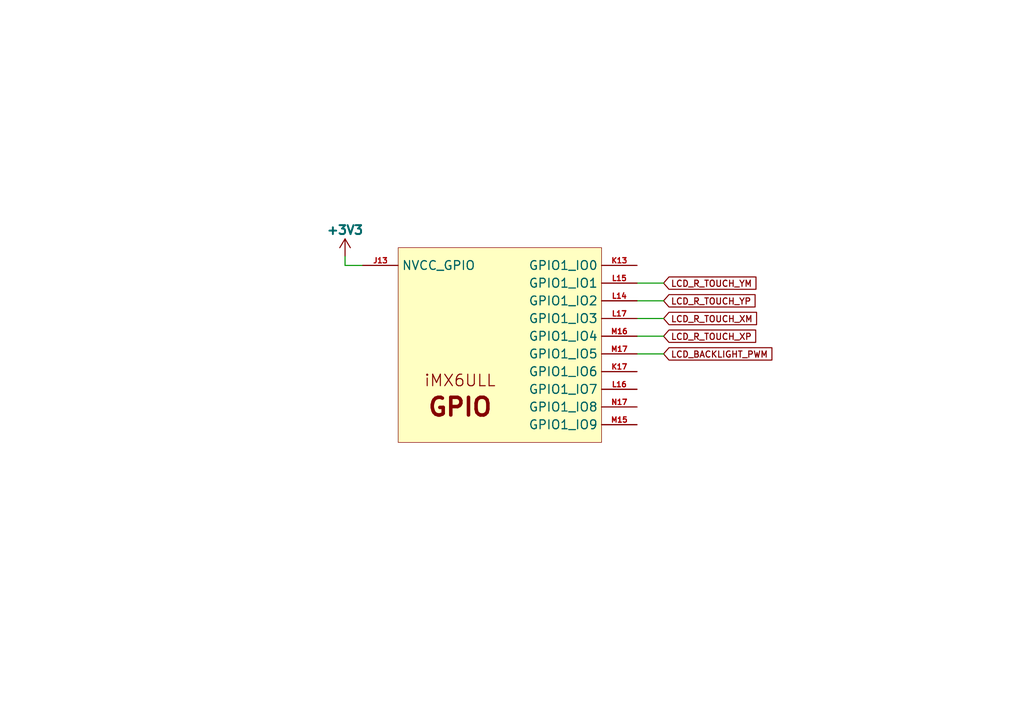
<source format=kicad_sch>
(kicad_sch (version 20210621) (generator eeschema)
  (paper "User" 147.015 103.607)
  (title_block (title "iMX6ULL Compute Module & Base Board") (date "2021-03-23") (rev "1.0") (company "AHSA Elektronik"))
  (lib_symbols
    (symbol "abdullah:+3.3V" (power) (pin_names (offset 0))
      (property "Value" "+3.3V" (at 0 3.81 0))
      (symbol "+3.3V_0_1"
        (polyline (pts (xy -0.762 1.27) (xy 0 2.54)))
        (polyline (pts (xy 0 0) (xy 0 2.54)))
        (polyline (pts (xy 0 2.54) (xy 0.762 1.27)))
      )
      (symbol "+3.3V_1_1"
        (pin power_in line (at 0 0 90) (length 0) hide (name "+3V3") (number "1"))
      )
    )
    (symbol "abdullah:iMX6ULL_5"
      (symbol "iMX6ULL_5_1_1"
        (text "iMX6ULL" (at 0 -52.07 0) (effects (font (size 3.81 3.81))))
        (text "POWER" (at 0 -60.96 0) (effects (font (size 5.08 5.08) bold)))
        (rectangle (start -25.4 58.42) (end 26.67 -71.12) (stroke (width 0.0006)) (fill (type background)))
        (pin unspecified line (at -30.48 -12.7 0) (length 5.08) (name "VSS1") (number "A1"))
        (pin unspecified line (at -30.48 -15.24 0) (length 5.08) (name "VSS2") (number "A17"))
        (pin unspecified line (at -30.48 -22.86 0) (length 5.08) (name "VSS5") (number "C11"))
        (pin unspecified line (at -30.48 -25.4 0) (length 5.08) (name "VSS6") (number "C15"))
        (pin unspecified line (at -30.48 -17.78 0) (length 5.08) (name "VSS3") (number "C3"))
        (pin unspecified line (at -30.48 -20.32 0) (length 5.08) (name "VSS4") (number "C7"))
        (pin unspecified line (at -30.48 -30.48 0) (length 5.08) (name "VSS8") (number "E11"))
        (pin unspecified line (at -30.48 -27.94 0) (length 5.08) (name "VSS7") (number "E8"))
        (pin unspecified line (at -30.48 -43.18 0) (length 5.08) (name "VSS13") (number "F10"))
        (pin unspecified line (at -30.48 -45.72 0) (length 5.08) (name "VSS14") (number "F11"))
        (pin unspecified line (at -30.48 -48.26 0) (length 5.08) (name "VSS15") (number "F12"))
        (pin unspecified line (at -30.48 -33.02 0) (length 5.08) (name "VSS9") (number "F6"))
        (pin unspecified line (at -30.48 -35.56 0) (length 5.08) (name "VSS10") (number "F7"))
        (pin unspecified line (at -30.48 -38.1 0) (length 5.08) (name "VSS11") (number "F8"))
        (pin unspecified line (at -30.48 -40.64 0) (length 5.08) (name "VSS12") (number "F9"))
        (pin unspecified line (at 31.75 53.34 180) (length 5.08) (name "VDD_ARM_CAP_2") (number "G10"))
        (pin unspecified line (at 31.75 50.8 180) (length 5.08) (name "VDD_ARM_CAP_3") (number "G11"))
        (pin unspecified line (at -30.48 -58.42 0) (length 5.08) (name "VSS19") (number "G12"))
        (pin unspecified line (at -30.48 -60.96 0) (length 5.08) (name "VSS20") (number "G15"))
        (pin unspecified line (at -30.48 -50.8 0) (length 5.08) (name "VSS16") (number "G3"))
        (pin unspecified line (at -30.48 -53.34 0) (length 5.08) (name "VSS17") (number "G5"))
        (pin unspecified line (at -30.48 -55.88 0) (length 5.08) (name "VSS18") (number "G7"))
        (pin unspecified line (at 31.75 43.18 180) (length 5.08) (name "VDD_SOC_CAP1") (number "G8"))
        (pin unspecified line (at 31.75 55.88 180) (length 5.08) (name "VDD_ARM_CAP_1") (number "G9"))
        (pin unspecified line (at -30.48 40.64 0) (length 5.08) (name "VDD_SOC_IN2") (number "H10"))
        (pin unspecified line (at 31.75 48.26 180) (length 5.08) (name "VDD_ARM_CAP_4") (number "H11"))
        (pin unspecified line (at -30.48 -66.04 0) (length 5.08) (name "VSS22") (number "H12"))
        (pin unspecified line (at -30.48 -63.5 0) (length 5.08) (name "VSS21") (number "H7"))
        (pin unspecified line (at 31.75 40.64 180) (length 5.08) (name "VDD_SOC_CAP2") (number "H8"))
        (pin unspecified line (at -30.48 43.18 0) (length 5.08) (name "VDD_SOC_IN1") (number "H9"))
        (pin unspecified line (at -30.48 35.56 0) (length 5.08) (name "VDD_SOC_IN4") (number "J10"))
        (pin unspecified line (at 31.75 35.56 180) (length 5.08) (name "VDD_SOC_CAP4") (number "J11"))
        (pin unspecified line (at 31.75 -66.04 180) (length 5.08) (name "VSS25") (number "J12"))
        (pin unspecified line (at -30.48 -68.58 0) (length 5.08) (name "VSS23") (number "J5"))
        (pin unspecified line (at 31.75 -68.58 180) (length 5.08) (name "VSS24") (number "J7"))
        (pin unspecified line (at 31.75 38.1 180) (length 5.08) (name "VDD_SOC_CAP3") (number "J8"))
        (pin unspecified line (at -30.48 38.1 0) (length 5.08) (name "VDD_SOC_IN3") (number "J9"))
        (pin unspecified line (at -30.48 30.48 0) (length 5.08) (name "VDD_SOC_IN6") (number "K10"))
        (pin unspecified line (at 31.75 30.48 180) (length 5.08) (name "VDD_SOC_CAP6") (number "K11"))
        (pin unspecified line (at 31.75 -60.96 180) (length 5.08) (name "VSS27") (number "K12"))
        (pin unspecified line (at 31.75 -63.5 180) (length 5.08) (name "VSS26") (number "K7"))
        (pin unspecified line (at 31.75 33.02 180) (length 5.08) (name "VDD_SOC_CAP5") (number "K8"))
        (pin unspecified line (at -30.48 33.02 0) (length 5.08) (name "VDD_SOC_IN5") (number "K9"))
        (pin unspecified line (at 31.75 22.86 180) (length 5.08) (name "VDD_SOC_CAP9") (number "L10"))
        (pin unspecified line (at 31.75 20.32 180) (length 5.08) (name "VDD_SOC_CAP10") (number "L11"))
        (pin unspecified line (at 31.75 -53.34 180) (length 5.08) (name "VSS30") (number "L12"))
        (pin unspecified line (at 31.75 -58.42 180) (length 5.08) (name "VSS28") (number "L3"))
        (pin unspecified line (at 31.75 -55.88 180) (length 5.08) (name "VSS29") (number "L7"))
        (pin unspecified line (at 31.75 27.94 180) (length 5.08) (name "VDD_SOC_CAP7") (number "L8"))
        (pin unspecified line (at 31.75 25.4 180) (length 5.08) (name "VDD_SOC_CAP8") (number "L9"))
        (pin unspecified line (at 31.75 -43.18 180) (length 5.08) (name "VSS34") (number "M10"))
        (pin unspecified line (at 31.75 -40.64 180) (length 5.08) (name "VSS35") (number "M11"))
        (pin unspecified line (at -30.48 -10.16 0) (length 5.08) (name "NGND_KEL0") (number "M12"))
        (pin unspecified line (at 31.75 -50.8 180) (length 5.08) (name "VSS31") (number "M7"))
        (pin unspecified line (at 31.75 -48.26 180) (length 5.08) (name "VSS32") (number "M8"))
        (pin unspecified line (at 31.75 -45.72 180) (length 5.08) (name "VSS33") (number "M9"))
        (pin unspecified line (at 31.75 -1.27 180) (length 5.08) (name "VDD_SNVS_CAP") (number "N12"))
        (pin unspecified line (at -30.48 13.97 0) (length 5.08) (name "VDD_HIGH_IN") (number "N13"))
        (pin unspecified line (at 31.75 -38.1 180) (length 5.08) (name "VSS36") (number "N3"))
        (pin unspecified line (at 31.75 -35.56 180) (length 5.08) (name "VSS37") (number "N5"))
        (pin unspecified line (at -30.48 3.81 0) (length 5.08) (name "VDD_SNVS_IN") (number "P12"))
        (pin unspecified line (at 31.75 3.81 180) (length 5.08) (name "NVCC_PLL") (number "P13"))
        (pin unspecified line (at 31.75 -25.4 180) (length 5.08) (name "VSS41") (number "R11"))
        (pin unspecified line (at 31.75 13.97 180) (length 5.08) (name "VDD_HIGH_CAP1") (number "R14"))
        (pin unspecified line (at 31.75 11.43 180) (length 5.08) (name "VDD_HIGH_CAP2") (number "R15"))
        (pin unspecified line (at 31.75 -22.86 180) (length 5.08) (name "VSS42") (number "R16"))
        (pin unspecified line (at 31.75 -20.32 180) (length 5.08) (name "VSS43") (number "R17"))
        (pin unspecified line (at 31.75 -33.02 180) (length 5.08) (name "VSS38") (number "R3"))
        (pin unspecified line (at 31.75 -30.48 180) (length 5.08) (name "VSS39") (number "R5"))
        (pin unspecified line (at 31.75 -27.94 180) (length 5.08) (name "VSS40") (number "R7"))
        (pin unspecified line (at 31.75 -17.78 180) (length 5.08) (name "VSS44") (number "T14"))
        (pin unspecified line (at 31.75 -15.24 180) (length 5.08) (name "VSS45") (number "U1"))
        (pin unspecified line (at 31.75 -12.7 180) (length 5.08) (name "VSS46") (number "U14"))
        (pin unspecified line (at 31.75 -10.16 180) (length 5.08) (name "VSS47") (number "U17"))
      )
      (symbol "iMX6ULL_5_2_1"
        (text "DRAM" (at 1.27 33.02 0) (effects (font (size 5.08 5.08) bold)))
        (text "iMX6ULL" (at 1.27 41.91 0) (effects (font (size 3.81 3.81))))
        (rectangle (start -29.21 48.26) (end 30.48 -54.61) (stroke (width 0.0006)) (fill (type background)))
        (pin unspecified line (at 35.56 -17.78 180) (length 5.08) (name "DRAM_ODT1") (number "F1"))
        (pin unspecified line (at -34.29 10.16 0) (length 5.08) (name "DRAM_ADDR14") (number "G1"))
        (pin unspecified line (at -34.29 30.48 0) (length 5.08) (name "DRAM_ADDR6") (number "G2"))
        (pin unspecified line (at -34.29 -39.37 0) (length 5.08) (name "DRAM_RESET") (number "G4"))
        (pin unspecified line (at 35.56 -39.37 180) (length 5.08) (name "NVCC_DRAM1") (number "G6"))
        (pin unspecified line (at -34.29 -5.08 0) (length 5.08) (name "DRAM_SDBA1") (number "H1"))
        (pin unspecified line (at -34.29 43.18 0) (length 5.08) (name "DRAM_ADDR1") (number "H2"))
        (pin unspecified line (at -34.29 12.7 0) (length 5.08) (name "DRAM_ADDR13") (number "H3"))
        (pin unspecified line (at -34.29 27.94 0) (length 5.08) (name "DRAM_ADDR7") (number "H4"))
        (pin unspecified line (at -34.29 -16.51 0) (length 5.08) (name "~{DRAM_CS1}") (number "H5"))
        (pin unspecified line (at 35.56 -41.91 180) (length 5.08) (name "NVCC_DRAM2") (number "H6"))
        (pin unspecified line (at -34.29 -26.67 0) (length 5.08) (name "~{DRAM_SDWE}") (number "J1"))
        (pin unspecified line (at -34.29 -24.13 0) (length 5.08) (name "~{DRAM_CAS}") (number "J2"))
        (pin unspecified line (at 35.56 -27.94 180) (length 5.08) (name "DRAM_SDCKE1") (number "J3"))
        (pin unspecified line (at -34.29 25.4 0) (length 5.08) (name "DRAM_ADDR8") (number "J4"))
        (pin unspecified line (at 35.56 -44.45 180) (length 5.08) (name "NVCC_DRAM3") (number "J6"))
        (pin unspecified line (at -34.29 40.64 0) (length 5.08) (name "DRAM_ADDR2") (number "K1"))
        (pin unspecified line (at -34.29 -7.62 0) (length 5.08) (name "DRAM_SDBA2") (number "K2"))
        (pin unspecified line (at -34.29 17.78 0) (length 5.08) (name "DRAM_ADDR11") (number "K3"))
        (pin unspecified line (at -34.29 35.56 0) (length 5.08) (name "DRAM_ADDR4") (number "K4"))
        (pin unspecified line (at -34.29 7.62 0) (length 5.08) (name "DRAM_ADDR15") (number "K5"))
        (pin unspecified line (at 35.56 -46.99 180) (length 5.08) (name "NVCC_DRAM4") (number "K6"))
        (pin unspecified line (at -34.29 33.02 0) (length 5.08) (name "DRAM_ADDR5") (number "L1"))
        (pin unspecified line (at -34.29 22.86 0) (length 5.08) (name "DRAM_ADDR9") (number "L2"))
        (pin unspecified line (at -34.29 15.24 0) (length 5.08) (name "DRAM_ADDR12") (number "L4"))
        (pin unspecified line (at -34.29 45.72 0) (length 5.08) (name "DRAM_ADDR0") (number "L5"))
        (pin unspecified line (at 35.56 -49.53 180) (length 5.08) (name "NVCC_DRAM5") (number "L6"))
        (pin unspecified line (at -34.29 -2.54 0) (length 5.08) (name "DRAM_SDBA0") (number "M1"))
        (pin unspecified line (at -34.29 38.1 0) (length 5.08) (name "DRAM_ADDR3") (number "M2"))
        (pin unspecified line (at 35.56 -30.48 180) (length 5.08) (name "DRAM_SDCKE0") (number "M3"))
        (pin unspecified line (at -34.29 20.32 0) (length 5.08) (name "DRAM_ADDR10") (number "M4"))
        (pin unspecified line (at -34.29 -21.59 0) (length 5.08) (name "~{DRAM_RAS}") (number "M5"))
        (pin unspecified line (at 35.56 -52.07 180) (length 5.08) (name "NVCC_DRAM6") (number "M6"))
        (pin unspecified line (at 35.56 -20.32 180) (length 5.08) (name "DRAM_ODT0") (number "N1"))
        (pin unspecified line (at -34.29 -13.97 0) (length 5.08) (name "~{DRAM_CS0}") (number "N2"))
        (pin unspecified line (at -34.29 -44.45 0) (length 5.08) (name "DRAM_ZQPAD") (number "N4"))
        (pin unspecified line (at -34.29 -48.26 0) (length 5.08) (name "NVCC_DRAM_2P5") (number "N6"))
        (pin unspecified line (at -34.29 -31.75 0) (length 5.08) (name "DRAM_SDCLK0_P") (number "P1"))
        (pin unspecified line (at -34.29 -34.29 0) (length 5.08) (name "DRAM_SDCLK0_N") (number "P2"))
        (pin unspecified line (at 35.56 2.54 180) (length 5.08) (name "DRAM_DATA13") (number "P3"))
        (pin unspecified line (at -34.29 -52.07 0) (length 5.08) (name "DRAM_VREF") (number "P4"))
        (pin unspecified line (at 35.56 5.08 180) (length 5.08) (name "DRAM_DATA12") (number "P5"))
        (pin unspecified line (at 35.56 25.4 180) (length 5.08) (name "DRAM_SDQS0_P") (number "P6"))
        (pin unspecified line (at 35.56 22.86 180) (length 5.08) (name "DRAM_SDQS0_N") (number "P7"))
        (pin unspecified line (at 35.56 -2.54 180) (length 5.08) (name "DRAM_DATA15") (number "R1"))
        (pin unspecified line (at 35.56 0 180) (length 5.08) (name "DRAM_DATA14") (number "R2"))
        (pin unspecified line (at 35.56 7.62 180) (length 5.08) (name "DRAM_DATA11") (number "R4"))
        (pin unspecified line (at 35.56 -5.08 180) (length 5.08) (name "DRAM_SDQS1_P") (number "T1"))
        (pin unspecified line (at 35.56 -7.62 180) (length 5.08) (name "DRAM_SDQS1_N") (number "T2"))
        (pin unspecified line (at 35.56 -10.16 180) (length 5.08) (name "DRAM_DQM1") (number "T3"))
        (pin unspecified line (at 35.56 45.72 180) (length 5.08) (name "DRAM_DATA0") (number "T4"))
        (pin unspecified line (at 35.56 30.48 180) (length 5.08) (name "DRAM_DATA6") (number "T5"))
        (pin unspecified line (at 35.56 40.64 180) (length 5.08) (name "DRAM_DATA2") (number "T6"))
        (pin unspecified line (at 35.56 20.32 180) (length 5.08) (name "DRAM_DQM0") (number "T7"))
        (pin unspecified line (at 35.56 33.02 180) (length 5.08) (name "DRAM_DATA5") (number "T8"))
        (pin unspecified line (at 35.56 15.24 180) (length 5.08) (name "DRAM_DATA8") (number "U2"))
        (pin unspecified line (at 35.56 12.7 180) (length 5.08) (name "DRAM_DATA9") (number "U3"))
        (pin unspecified line (at 35.56 27.94 180) (length 5.08) (name "DRAM_DATA7") (number "U4"))
        (pin unspecified line (at 35.56 10.16 180) (length 5.08) (name "DRAM_DATA10") (number "U5"))
        (pin unspecified line (at 35.56 43.18 180) (length 5.08) (name "DRAM_DATA1") (number "U6"))
        (pin unspecified line (at 35.56 38.1 180) (length 5.08) (name "DRAM_DATA3") (number "U7"))
        (pin unspecified line (at 35.56 35.56 180) (length 5.08) (name "DRAM_DATA4") (number "U8"))
      )
      (symbol "iMX6ULL_5_3_1"
        (text "iMX6ULL" (at -6.35 -19.05 0) (effects (font (size 1.905 1.905))))
        (text "NAND" (at -6.35 -22.86 0) (effects (font (size 2.54 2.54) bold)))
        (rectangle (start -13.97 22.86) (end 15.24 -27.94) (stroke (width 0.0006)) (fill (type background)))
        (pin unspecified line (at 20.32 0 180) (length 5.08) (name "~{NAND_READY}") (number "A3"))
        (pin unspecified line (at 20.32 10.16 180) (length 5.08) (name "NAND_CLE") (number "A4"))
        (pin unspecified line (at 20.32 -25.4 180) (length 5.08) (name "NAND_DATA7") (number "A5"))
        (pin unspecified line (at 20.32 -22.86 180) (length 5.08) (name "NAND_DATA6") (number "A6"))
        (pin unspecified line (at 20.32 -12.7 180) (length 5.08) (name "NAND_DATA2") (number "A7"))
        (pin unspecified line (at 20.32 12.7 180) (length 5.08) (name "NAND_ALE") (number "B4"))
        (pin unspecified line (at 20.32 17.78 180) (length 5.08) (name "~{NAND_CE1}") (number "B5"))
        (pin unspecified line (at 20.32 -20.32 180) (length 5.08) (name "NAND_DATA5") (number "B6"))
        (pin unspecified line (at 20.32 -10.16 180) (length 5.08) (name "NAND_DATA1") (number "B7"))
        (pin unspecified line (at 20.32 20.32 180) (length 5.08) (name "~{NAND_CE0}") (number "C5"))
        (pin unspecified line (at 20.32 -17.78 180) (length 5.08) (name "NAND_DATA4") (number "C6"))
        (pin unspecified line (at 20.32 5.08 180) (length 5.08) (name "~{NAND_WE}") (number "C8"))
        (pin unspecified line (at 20.32 2.54 180) (length 5.08) (name "~{NAND_WP}") (number "D5"))
        (pin unspecified line (at 20.32 -15.24 180) (length 5.08) (name "NAND_DATA3") (number "D6"))
        (pin unspecified line (at 20.32 -7.62 180) (length 5.08) (name "NAND_DATA0") (number "D7"))
        (pin unspecified line (at 20.32 7.62 180) (length 5.08) (name "~{NAND_RE}") (number "D8"))
        (pin unspecified line (at 20.32 -2.54 180) (length 5.08) (name "NAND_DQS") (number "E6"))
        (pin unspecified line (at -19.05 20.32 0) (length 5.08) (name "NVCC_NAND") (number "E7"))
      )
      (symbol "iMX6ULL_5_4_1"
        (text "CSI" (at -6.35 -16.51 0) (effects (font (size 2.54 2.54) bold)))
        (text "iMX6ULL" (at -6.35 -12.7 0) (effects (font (size 1.651 1.651))))
        (rectangle (start -12.7 17.78) (end 11.43 -20.32) (stroke (width 0.0006)) (fill (type background)))
        (pin unspecified line (at 16.51 -17.78 180) (length 5.08) (name "CSI_DATA7") (number "D1"))
        (pin unspecified line (at 16.51 -15.24 180) (length 5.08) (name "CSI_DATA6") (number "D2"))
        (pin unspecified line (at 16.51 -12.7 180) (length 5.08) (name "CSI_DATA5") (number "D3"))
        (pin unspecified line (at 16.51 -10.16 180) (length 5.08) (name "CSI_DATA4") (number "D4"))
        (pin unspecified line (at 16.51 -7.62 180) (length 5.08) (name "CSI_DATA3") (number "E1"))
        (pin unspecified line (at 16.51 -5.08 180) (length 5.08) (name "CSI_DATA2") (number "E2"))
        (pin unspecified line (at 16.51 -2.54 180) (length 5.08) (name "CSI_DATA1") (number "E3"))
        (pin unspecified line (at 16.51 0 180) (length 5.08) (name "CSI_DATA0") (number "E4"))
        (pin unspecified line (at 16.51 12.7 180) (length 5.08) (name "CSI_PIXCLK") (number "E5"))
        (pin unspecified line (at 16.51 7.62 180) (length 5.08) (name "CSI_VSYNC") (number "F2"))
        (pin unspecified line (at 16.51 5.08 180) (length 5.08) (name "CSI_HSYNC") (number "F3"))
        (pin unspecified line (at -17.78 15.24 0) (length 5.08) (name "NVCC_CSI") (number "F4"))
        (pin unspecified line (at 16.51 15.24 180) (length 5.08) (name "CSI_MCLK") (number "F5"))
      )
      (symbol "iMX6ULL_5_5_1"
        (text "GPIO" (at -5.08 -10.16 0) (effects (font (size 2.54 2.54) bold)))
        (text "iMX6ULL" (at -5.08 -6.35 0) (effects (font (size 1.651 1.651))))
        (rectangle (start -13.97 12.7) (end 15.24 -15.24) (stroke (width 0.0006)) (fill (type background)))
        (pin unspecified line (at -19.05 10.16 0) (length 5.08) (name "NVCC_GPIO") (number "J13"))
        (pin unspecified line (at 20.32 10.16 180) (length 5.08) (name "GPIO1_IO0") (number "K13"))
        (pin unspecified line (at 20.32 -5.08 180) (length 5.08) (name "GPIO1_IO6") (number "K17"))
        (pin unspecified line (at 20.32 5.08 180) (length 5.08) (name "GPIO1_IO2") (number "L14"))
        (pin unspecified line (at 20.32 7.62 180) (length 5.08) (name "GPIO1_IO1") (number "L15"))
        (pin unspecified line (at 20.32 -7.62 180) (length 5.08) (name "GPIO1_IO7") (number "L16"))
        (pin unspecified line (at 20.32 2.54 180) (length 5.08) (name "GPIO1_IO3") (number "L17"))
        (pin unspecified line (at 20.32 -12.7 180) (length 5.08) (name "GPIO1_IO9") (number "M15"))
        (pin unspecified line (at 20.32 0 180) (length 5.08) (name "GPIO1_IO4") (number "M16"))
        (pin unspecified line (at 20.32 -2.54 180) (length 5.08) (name "GPIO1_IO5") (number "M17"))
        (pin unspecified line (at 20.32 -10.16 180) (length 5.08) (name "GPIO1_IO8") (number "N17"))
      )
      (symbol "iMX6ULL_5_6_1"
        (text "ETHERNET" (at -7.62 -21.59 0) (effects (font (size 2.54 2.54) bold)))
        (text "iMX6ULL" (at -7.62 -17.78 0) (effects (font (size 1.651 1.651))))
        (rectangle (start -19.05 20.32) (end 21.59 -25.4) (stroke (width 0.0006)) (fill (type background)))
        (pin unspecified line (at 26.67 -5.08 180) (length 5.08) (name "ENET2_TX_DATA0") (number "A15"))
        (pin unspecified line (at 26.67 -7.62 180) (length 5.08) (name "ENET2_TX_DATA1") (number "A16"))
        (pin unspecified line (at 26.67 -10.16 180) (length 5.08) (name "ENET2_TX_EN") (number "B15"))
        (pin unspecified line (at 26.67 -22.86 180) (length 5.08) (name "ENET2_RX_EN") (number "B17"))
        (pin unspecified line (at 26.67 -17.78 180) (length 5.08) (name "ENET2_RX_DATA1") (number "C16"))
        (pin unspecified line (at 26.67 -15.24 180) (length 5.08) (name "ENET2_RX_DATA0") (number "C17"))
        (pin unspecified line (at 26.67 2.54 180) (length 5.08) (name "ENET1_RX_ER") (number "D15"))
        (pin unspecified line (at 26.67 -20.32 180) (length 5.08) (name "ENET2_RX_ER") (number "D16"))
        (pin unspecified line (at 26.67 -12.7 180) (length 5.08) (name "ENET2_TX_CLK") (number "D17"))
        (pin unspecified line (at 26.67 15.24 180) (length 5.08) (name "ENET1_TX_DATA1") (number "E14"))
        (pin unspecified line (at 26.67 17.78 180) (length 5.08) (name "ENET1_TX_DATA0") (number "E15"))
        (pin unspecified line (at 26.67 0 180) (length 5.08) (name "ENET1_RX_EN") (number "E16"))
        (pin unspecified line (at 26.67 5.08 180) (length 5.08) (name "ENET1_RX_DATA1") (number "E17"))
        (pin unspecified line (at -24.13 17.78 0) (length 5.08) (name "NVCC_ENET") (number "F13"))
        (pin unspecified line (at 26.67 10.16 180) (length 5.08) (name "ENET1_TX_CLK") (number "F14"))
        (pin unspecified line (at 26.67 12.7 180) (length 5.08) (name "ENET1_TX_EN") (number "F15"))
        (pin unspecified line (at 26.67 7.62 180) (length 5.08) (name "ENET1_RX_DATA0") (number "F16"))
      )
      (symbol "iMX6ULL_5_7_1"
        (text "iMX6ULL" (at -3.81 -66.04 0) (effects (font (size 1.905 1.905))))
        (text "LCD" (at -3.81 -71.12 0) (effects (font (size 3.81 3.81) bold)))
        (rectangle (start 22.86 2.54) (end -12.7 -76.2) (stroke (width 0.0006)) (fill (type background)))
        (pin unspecified line (at 27.94 -30.48 180) (length 5.08) (name "LCD_DATA6") (number "A10"))
        (pin unspecified line (at 27.94 -38.1 180) (length 5.08) (name "LCD_DATA9") (number "A11"))
        (pin unspecified line (at 27.94 -50.8 180) (length 5.08) (name "LCD_DATA14") (number "A12"))
        (pin unspecified line (at 27.94 -60.96 180) (length 5.08) (name "LCD_DATA18") (number "A13"))
        (pin unspecified line (at 27.94 -71.12 180) (length 5.08) (name "LCD_DATA22") (number "A14"))
        (pin unspecified line (at 27.94 0 180) (length 5.08) (name "LCD_CLK") (number "A8"))
        (pin unspecified line (at 27.94 -17.78 180) (length 5.08) (name "LCD_DATA1") (number "A9"))
        (pin unspecified line (at 27.94 -27.94 180) (length 5.08) (name "LCD_DATA5") (number "B10"))
        (pin unspecified line (at 27.94 -35.56 180) (length 5.08) (name "LCD_DATA8") (number "B11"))
        (pin unspecified line (at 27.94 -48.26 180) (length 5.08) (name "LCD_DATA13") (number "B12"))
        (pin unspecified line (at 27.94 -58.42 180) (length 5.08) (name "LCD_DATA17") (number "B13"))
        (pin unspecified line (at 27.94 -68.58 180) (length 5.08) (name "LCD_DATA21") (number "B14"))
        (pin unspecified line (at 27.94 -73.66 180) (length 5.08) (name "LCD_DATA23") (number "B16"))
        (pin unspecified line (at 27.94 -3.81 180) (length 5.08) (name "LCD_ENABLE") (number "B8"))
        (pin unspecified line (at 27.94 -15.24 180) (length 5.08) (name "LCD_DATA0") (number "B9"))
        (pin unspecified line (at 27.94 -25.4 180) (length 5.08) (name "LCD_DATA4") (number "C10"))
        (pin unspecified line (at 27.94 -45.72 180) (length 5.08) (name "LCD_DATA12") (number "C12"))
        (pin unspecified line (at 27.94 -55.88 180) (length 5.08) (name "LCD_DATA16") (number "C13"))
        (pin unspecified line (at 27.94 -66.04 180) (length 5.08) (name "LCD_DATA20") (number "C14"))
        (pin unspecified line (at 27.94 -8.89 180) (length 5.08) (name "LCD_VSYNC") (number "C9"))
        (pin unspecified line (at 27.94 -22.86 180) (length 5.08) (name "LCD_DATA3") (number "D10"))
        (pin unspecified line (at 27.94 -33.02 180) (length 5.08) (name "LCD_DATA7") (number "D11"))
        (pin unspecified line (at 27.94 -43.18 180) (length 5.08) (name "LCD_DATA11") (number "D12"))
        (pin unspecified line (at 27.94 -53.34 180) (length 5.08) (name "LCD_DATA15") (number "D13"))
        (pin unspecified line (at 27.94 -63.5 180) (length 5.08) (name "LCD_DATA19") (number "D14"))
        (pin unspecified line (at 27.94 -6.35 180) (length 5.08) (name "LCD_HSYNC") (number "D9"))
        (pin unspecified line (at 27.94 -20.32 180) (length 5.08) (name "LCD_DATA2") (number "E10"))
        (pin unspecified line (at 27.94 -40.64 180) (length 5.08) (name "LCD_DATA10") (number "E12"))
        (pin unspecified line (at -17.78 0 0) (length 5.08) (name "NVCC_LCD") (number "E13"))
        (pin unspecified line (at 27.94 -11.43 180) (length 5.08) (name "LCD_RESET") (number "E9"))
      )
      (symbol "iMX6ULL_5_8_1"
        (text "iMX6ULL" (at -13.97 -5.08 0) (effects (font (size 1.016 1.016) bold)))
        (text "USB" (at -13.97 -7.62 0) (effects (font (size 1.905 1.905) bold)))
        (rectangle (start -19.05 12.7) (end 19.05 -10.16) (stroke (width 0.0006)) (fill (type background)))
        (pin unspecified line (at 24.13 0 180) (length 5.08) (name "VDD_USB_CAP") (number "R12"))
        (pin unspecified line (at -24.13 10.16 0) (length 5.08) (name "USB_OTG1_VBUS") (number "T12"))
        (pin unspecified line (at 24.13 -5.08 180) (length 5.08) (name "USB_OTG2_DN") (number "T13"))
        (pin unspecified line (at 24.13 10.16 180) (length 5.08) (name "USB_OTG1_DN") (number "T15"))
        (pin unspecified line (at -24.13 0 0) (length 5.08) (name "USB_OTG2_VBUS") (number "U12"))
        (pin unspecified line (at 24.13 -7.62 180) (length 5.08) (name "USB_OTG2_DP") (number "U13"))
        (pin unspecified line (at 24.13 7.62 180) (length 5.08) (name "USB_OTG1_DP") (number "U15"))
        (pin unspecified line (at 24.13 5.08 180) (length 5.08) (name "~{USB_OTG1_CHD}") (number "U16"))
      )
      (symbol "iMX6ULL_5_9_1"
        (text "iMX6ULL" (at -7.62 -2.54 0) (effects (font (size 1.651 1.651))))
        (text "SD1" (at -7.62 -6.35 0) (effects (font (size 2.54 2.54) bold)))
        (rectangle (start -13.97 8.89) (end 13.97 -10.16) (stroke (width 0.0006)) (fill (type background)))
        (pin unspecified line (at 19.05 -7.62 180) (length 5.08) (name "SD1_DATA3") (number "A2"))
        (pin unspecified line (at 19.05 -5.08 180) (length 5.08) (name "SD1_DATA2") (number "B1"))
        (pin unspecified line (at 19.05 -2.54 180) (length 5.08) (name "SD1_DATA1") (number "B2"))
        (pin unspecified line (at 19.05 0 180) (length 5.08) (name "SD1_DATA0") (number "B3"))
        (pin unspecified line (at 19.05 6.35 180) (length 5.08) (name "SD1_CLK") (number "C1"))
        (pin unspecified line (at 19.05 3.81 180) (length 5.08) (name "SD1_CMD") (number "C2"))
        (pin unspecified line (at -19.05 6.35 0) (length 5.08) (name "NVCC_SD1") (number "C4"))
      )
      (symbol "iMX6ULL_5_10_1"
        (text "ADC" (at -19.05 -10.16 0) (effects (font (size 1.905 1.905) bold)))
        (text "iMX6ULL" (at -19.05 -7.62 0) (effects (font (size 1.016 1.016) bold)))
        (rectangle (start 0 2.54) (end -22.86 -12.7) (stroke (width 0.0006)) (fill (type background)))
        (pin unspecified line (at 5.08 0 180) (length 5.08) (name "VDDA_ADC_3P3") (number "L13"))
        (pin unspecified line (at 5.08 -6.35 180) (length 5.08) (name "ADC_VREFH") (number "M13"))
      )
      (symbol "iMX6ULL_5_11_1"
        (text "NVCC_GPIO" (at 5.08 35.56 900) (effects (font (size 1.27 1.27))))
        (text "NVCC_PLL" (at -5.08 -11.43 900) (effects (font (size 1.27 1.27))))
        (text "NVCC_UART" (at 5.08 -13.97 900) (effects (font (size 1.27 1.27))))
        (text "VDD_SNVS_CAP" (at -5.08 -25.4 900) (effects (font (size 1.27 1.27))))
        (text "VDD_SNVS_IN" (at -5.08 22.86 900) (effects (font (size 1.27 1.27))))
        (text "VDDHIGH_CAP" (at 5.08 20.32 900) (effects (font (size 1.27 1.27))))
        (text "VDDHIGH_IN" (at -5.08 -40.64 900) (effects (font (size 1.27 1.27))))
        (rectangle (start -27.94 46.99) (end 24.13 -48.26) (stroke (width 0.0006)) (fill (type background)))
        (polyline (pts (xy -22.86 -36.83) (xy -6.35 -36.83) (xy -6.35 -41.91) (xy -22.86 -41.91)) (stroke (width 0.0006)))
        (polyline (pts (xy -22.86 -21.59) (xy -6.35 -21.59) (xy -6.35 -29.21) (xy -22.86 -29.21)) (stroke (width 0.0006)))
        (polyline (pts (xy -22.86 -7.62) (xy -6.35 -7.62) (xy -6.35 -15.24) (xy -22.86 -15.24)) (stroke (width 0.0006)))
        (polyline (pts (xy -16.51 44.45) (xy -6.35 44.45) (xy -6.35 -5.08) (xy -16.51 -5.08)) (stroke (width 0.0006)))
        (polyline (pts (xy 15.24 -40.64) (xy 6.35 -40.64) (xy 6.35 11.43) (xy 15.24 11.43)) (stroke (width 0.0006)))
        (polyline (pts (xy 15.24 24.13) (xy 6.35 24.13) (xy 6.35 16.51) (xy 15.24 16.51)) (stroke (width 0.0006)))
        (polyline (pts (xy 15.24 44.45) (xy 6.35 44.45) (xy 6.35 26.67) (xy 15.24 26.67)) (stroke (width 0.0006)))
        (pin input line (at 29.21 -35.56 180) (length 5.08) (name "UART5_TX_DATA") (number "F17"))
        (pin input line (at 29.21 -38.1 180) (length 5.08) (name "UART5_RX_DATA") (number "G13"))
        (pin input line (at 29.21 -22.86 180) (length 5.08) (name "~{UART3_RTS}") (number "G14"))
        (pin input line (at 29.21 -31.75 180) (length 5.08) (name "UART4_RX_DATA") (number "G16"))
        (pin input line (at 29.21 -29.21 180) (length 5.08) (name "UART4_TX_DATA") (number "G17"))
        (pin input line (at 29.21 8.89 180) (length 5.08) (name "NVCC_UART") (number "H13"))
        (pin input line (at 29.21 -11.43 180) (length 5.08) (name "~{UART2_RTS}") (number "H14"))
        (pin input line (at 29.21 -25.4 180) (length 5.08) (name "~{UART3_CTS}") (number "H15"))
        (pin input line (at 29.21 -20.32 180) (length 5.08) (name "UART3_RX_DATA") (number "H16"))
        (pin input line (at 29.21 -17.78 180) (length 5.08) (name "UART3_TX_DATA") (number "H17"))
        (pin input line (at 29.21 0 180) (length 5.08) (name "~{UART1_RTS}") (number "J14"))
        (pin input line (at 29.21 -13.97 180) (length 5.08) (name "~{UART2_CTS}") (number "J15"))
        (pin input line (at 29.21 -8.89 180) (length 5.08) (name "UART2_RX_DATA") (number "J16"))
        (pin input line (at 29.21 -6.35 180) (length 5.08) (name "UART2_TX_DATA") (number "J17"))
        (pin input line (at 29.21 5.08 180) (length 5.08) (name "UART1_TX_DATA") (number "K14"))
        (pin input line (at 29.21 -2.54 180) (length 5.08) (name "~{UART1_CTS}") (number "K15"))
        (pin input line (at 29.21 2.54 180) (length 5.08) (name "UART1_RX_DATA") (number "K16"))
        (pin input line (at 29.21 41.91 180) (length 5.08) (name "JTAG_TCK") (number "M14"))
        (pin input line (at -33.02 8.89 0) (length 5.08) (name "SNVS_TAMPER7") (number "N10"))
        (pin input line (at -33.02 11.43 0) (length 5.08) (name "SNVS_TAMPER6") (number "N11"))
        (pin input line (at 29.21 31.75 180) (length 5.08) (name "~{JTAG_TRST}") (number "N14"))
        (pin input line (at 29.21 34.29 180) (length 5.08) (name "JTAG_TDO") (number "N15"))
        (pin input line (at 29.21 36.83 180) (length 5.08) (name "JTAG_TDI") (number "N16"))
        (pin input line (at -33.02 30.48 0) (length 5.08) (name "TEST_MODE") (number "N7"))
        (pin input line (at -33.02 13.97 0) (length 5.08) (name "SNVS_TAMPER5") (number "N8"))
        (pin input line (at -33.02 6.35 0) (length 5.08) (name "SNVS_TAMPER8") (number "N9"))
        (pin input line (at -33.02 19.05 0) (length 5.08) (name "SNVS_TAMPER3") (number "P10"))
        (pin input line (at -33.02 21.59 0) (length 5.08) (name "SNVS_TAMPER2") (number "P11"))
        (pin input line (at 29.21 39.37 180) (length 5.08) (name "JTAG_TMS") (number "P14"))
        (pin input line (at 29.21 29.21 180) (length 5.08) (name "JTAG_MOD") (number "P15"))
        (pin input line (at 29.21 21.59 180) (length 5.08) (name "CCM_CLK1_N") (number "P16"))
        (pin input line (at 29.21 19.05 180) (length 5.08) (name "CCM_CLK1_P") (number "P17"))
        (pin input line (at -33.02 39.37 0) (length 5.08) (name "~{POR}") (number "P8"))
        (pin input line (at -33.02 16.51 0) (length 5.08) (name "SNVS_TAMPER4") (number "P9"))
        (pin input line (at -33.02 26.67 0) (length 5.08) (name "SNVS_TAMPER0") (number "R10"))
        (pin input line (at -33.02 -39.37 0) (length 5.08) (name "GPANAIO") (number "R13"))
        (pin input line (at -33.02 3.81 0) (length 5.08) (name "SNVS_TAMPER9") (number "R6"))
        (pin input line (at -33.02 41.91 0) (length 5.08) (name "ONOFF") (number "R8"))
        (pin input line (at -33.02 24.13 0) (length 5.08) (name "SNVS_TAMPER1") (number "R9"))
        (pin input line (at -33.02 35.56 0) (length 5.08) (name "BOOT_MODE0") (number "T10"))
        (pin input line (at -33.02 -24.13 0) (length 5.08) (name "RTC_XTALI") (number "T11"))
        (pin input line (at -33.02 -10.16 0) (length 5.08) (name "XTALI") (number "T16"))
        (pin input line (at -33.02 -12.7 0) (length 5.08) (name "XTALO") (number "T17"))
        (pin input line (at -33.02 -2.54 0) (length 5.08) (name "SNVS_PMIC_ON_REQ") (number "T9"))
        (pin input line (at -33.02 33.02 0) (length 5.08) (name "BOOT_MODE1") (number "U10"))
        (pin input line (at -33.02 -26.67 0) (length 5.08) (name "RTC_XTALO") (number "U11"))
        (pin input line (at -33.02 0 0) (length 5.08) (name "CCM_PMIC_STBY_REQ") (number "U9"))
      )
    )
  )
  (wire (pts (xy 49.53 36.83) (xy 49.53 38.1)))
  (wire (pts (xy 49.53 38.1) (xy 52.07 38.1)))
  (wire (pts (xy 91.44 40.64) (xy 95.25 40.64)))
  (wire (pts (xy 91.44 43.18) (xy 95.25 43.18)))
  (wire (pts (xy 91.44 45.72) (xy 95.25 45.72)))
  (wire (pts (xy 91.44 48.26) (xy 95.25 48.26)))
  (wire (pts (xy 91.44 50.8) (xy 95.25 50.8)))
  (global_label "LCD_R_TOUCH_YM" (shape input) (at 95.25 40.64 0) (effects (font (size 0.889 0.889))) (property "Intersheet References" "${INTERSHEET_REFS}" (effects hide)))
  (global_label "LCD_R_TOUCH_YP" (shape input) (at 95.25 43.18 0) (effects (font (size 0.889 0.889))) (property "Intersheet References" "${INTERSHEET_REFS}" (effects hide)))
  (global_label "LCD_R_TOUCH_XM" (shape input) (at 95.25 45.72 0) (effects (font (size 0.889 0.889))) (property "Intersheet References" "${INTERSHEET_REFS}" (effects hide)))
  (global_label "LCD_R_TOUCH_XP" (shape input) (at 95.25 48.26 0) (effects (font (size 0.889 0.889))) (property "Intersheet References" "${INTERSHEET_REFS}" (effects hide)))
  (global_label "LCD_BACKLIGHT_PWM" (shape input) (at 95.25 50.8 0) (effects (font (size 0.889 0.889))) (property "Intersheet References" "${INTERSHEET_REFS}" (effects hide)))
  (symbol (lib_id "abdullah:+3.3V") (at 49.53 36.83 0) (unit 1)
    (property "Reference" "#PWR0140" (effects hide))
    (property "Value" "+3.3V" (at 49.53 33.02 0) (effects (font bold)))
  )
  (symbol (lib_name "abdullah:iMX6ULL_5") (lib_id "abdullah:iMX6ULL") (at 71.12 48.26 0) (unit 5)
    (property "Reference" "U1" (effects hide))
    (property "Value" "iMX6ULL" (effects hide))
    (property "Footprint" "new-abdullah:BGA289C80P17X17_1400X1400X132N" (effects hide))
  )
)
</source>
